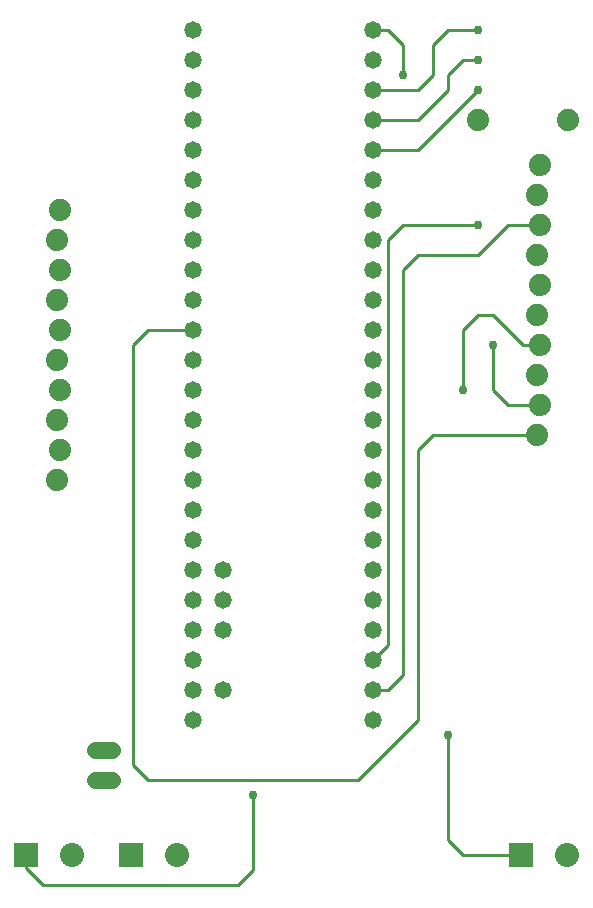
<source format=gbl>
G75*
%MOIN*%
%OFA0B0*%
%FSLAX25Y25*%
%IPPOS*%
%LPD*%
%AMOC8*
5,1,8,0,0,1.08239X$1,22.5*
%
%ADD10R,0.08000X0.08000*%
%ADD11C,0.08000*%
%ADD12C,0.07400*%
%ADD13C,0.05800*%
%ADD14C,0.05600*%
%ADD15C,0.02978*%
%ADD16C,0.01000*%
D10*
X0060600Y0176300D03*
X0095600Y0176300D03*
X0225600Y0176300D03*
D11*
X0240780Y0176300D03*
X0110780Y0176300D03*
X0075780Y0176300D03*
D12*
X0070800Y0301300D03*
X0071800Y0311300D03*
X0070800Y0321300D03*
X0071800Y0331300D03*
X0070800Y0341300D03*
X0071800Y0351300D03*
X0070800Y0361300D03*
X0071800Y0371300D03*
X0070800Y0381300D03*
X0071800Y0391300D03*
X0211300Y0421300D03*
X0231800Y0406300D03*
X0230800Y0396300D03*
X0231800Y0386300D03*
X0230800Y0376300D03*
X0231800Y0366300D03*
X0230800Y0356300D03*
X0231800Y0346300D03*
X0230800Y0336300D03*
X0231800Y0326300D03*
X0230800Y0316300D03*
X0241300Y0421300D03*
D13*
X0176300Y0421300D03*
X0176300Y0411300D03*
X0176300Y0401300D03*
X0176300Y0391300D03*
X0176300Y0381300D03*
X0176300Y0371300D03*
X0176300Y0361300D03*
X0176300Y0351300D03*
X0176300Y0341300D03*
X0176300Y0331300D03*
X0176300Y0321300D03*
X0176300Y0311300D03*
X0176300Y0301300D03*
X0176300Y0291300D03*
X0176300Y0281300D03*
X0176300Y0271300D03*
X0176300Y0261300D03*
X0176300Y0251300D03*
X0176300Y0241300D03*
X0176300Y0231300D03*
X0176300Y0221300D03*
X0126300Y0231300D03*
X0116300Y0231300D03*
X0116300Y0221300D03*
X0116300Y0241300D03*
X0116300Y0251300D03*
X0116300Y0261300D03*
X0116300Y0271300D03*
X0116300Y0281300D03*
X0116300Y0291300D03*
X0116300Y0301300D03*
X0116300Y0311300D03*
X0116300Y0321300D03*
X0116300Y0331300D03*
X0116300Y0341300D03*
X0116300Y0351300D03*
X0116300Y0361300D03*
X0116300Y0371300D03*
X0116300Y0381300D03*
X0116300Y0391300D03*
X0116300Y0401300D03*
X0116300Y0411300D03*
X0116300Y0421300D03*
X0116300Y0431300D03*
X0116300Y0441300D03*
X0116300Y0451300D03*
X0176300Y0451300D03*
X0176300Y0441300D03*
X0176300Y0431300D03*
X0126300Y0271300D03*
X0126300Y0261300D03*
X0126300Y0251300D03*
D14*
X0089100Y0211300D02*
X0083500Y0211300D01*
X0083500Y0201300D02*
X0089100Y0201300D01*
D15*
X0136300Y0196300D03*
X0201300Y0216300D03*
X0206300Y0331300D03*
X0216300Y0346300D03*
X0211300Y0386300D03*
X0211300Y0431300D03*
X0211300Y0441300D03*
X0211300Y0451300D03*
X0186300Y0436300D03*
D16*
X0131300Y0166300D02*
X0066300Y0166300D01*
X0060600Y0172000D01*
X0060600Y0176300D01*
X0096300Y0206300D02*
X0096300Y0346300D01*
X0101300Y0351300D01*
X0116300Y0351300D01*
X0181300Y0381300D02*
X0181300Y0246300D01*
X0176300Y0241300D01*
X0176300Y0231300D02*
X0181300Y0231300D01*
X0186300Y0236300D01*
X0186300Y0371300D01*
X0191300Y0376300D01*
X0211300Y0376300D01*
X0221300Y0386300D01*
X0231800Y0386300D01*
X0211300Y0386300D02*
X0186300Y0386300D01*
X0181300Y0381300D01*
X0176300Y0411300D02*
X0191300Y0411300D01*
X0211300Y0431300D01*
X0201300Y0431300D02*
X0201300Y0436300D01*
X0206300Y0441300D01*
X0211300Y0441300D01*
X0211300Y0451300D02*
X0201300Y0451300D01*
X0196300Y0446300D01*
X0196300Y0436300D01*
X0191300Y0431300D01*
X0176300Y0431300D01*
X0176300Y0421300D02*
X0191300Y0421300D01*
X0201300Y0431300D01*
X0186300Y0436300D02*
X0186300Y0446300D01*
X0181300Y0451300D01*
X0176300Y0451300D01*
X0211300Y0356300D02*
X0216300Y0356300D01*
X0226300Y0346300D01*
X0231800Y0346300D01*
X0216300Y0346300D02*
X0216300Y0331300D01*
X0221300Y0326300D01*
X0231800Y0326300D01*
X0230800Y0316300D02*
X0196300Y0316300D01*
X0191300Y0311300D01*
X0191300Y0221300D01*
X0171300Y0201300D01*
X0101300Y0201300D01*
X0096300Y0206300D01*
X0136300Y0196300D02*
X0136300Y0171300D01*
X0131300Y0166300D01*
X0201300Y0181300D02*
X0206300Y0176300D01*
X0225600Y0176300D01*
X0201300Y0181300D02*
X0201300Y0216300D01*
X0206300Y0331300D02*
X0206300Y0351300D01*
X0211300Y0356300D01*
M02*

</source>
